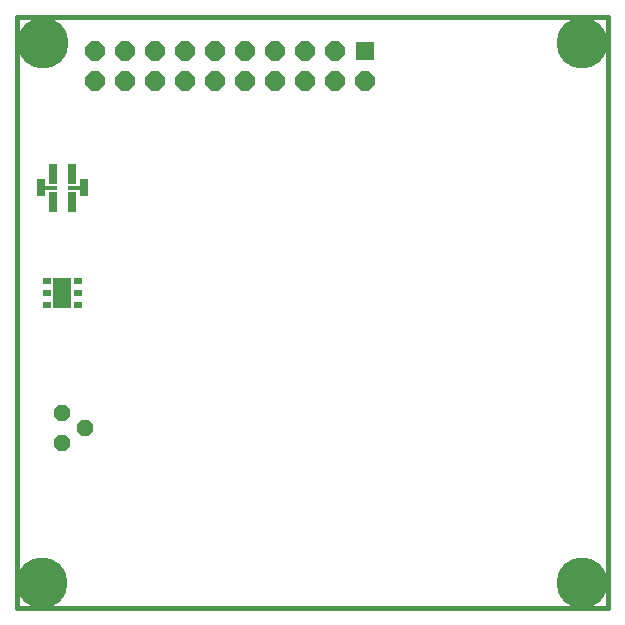
<source format=gts>
G75*
%MOIN*%
%OFA0B0*%
%FSLAX25Y25*%
%IPPOS*%
%LPD*%
%AMOC8*
5,1,8,0,0,1.08239X$1,22.5*
%
%ADD10C,0.01600*%
%ADD11R,0.06400X0.06400*%
%ADD12OC8,0.06400*%
%ADD13R,0.03156X0.01521*%
%ADD14R,0.02762X0.01975*%
%ADD15R,0.06306X0.09849*%
%ADD16OC8,0.05600*%
%ADD17C,0.16998*%
D10*
X0001800Y0001800D02*
X0198650Y0001800D01*
X0198650Y0198650D01*
X0001800Y0198650D01*
X0001800Y0001800D01*
D11*
X0117863Y0187528D03*
D12*
X0117863Y0177528D03*
X0107863Y0177528D03*
X0097863Y0177528D03*
X0087863Y0177528D03*
X0077863Y0177528D03*
X0067863Y0177528D03*
X0057863Y0177528D03*
X0047863Y0177528D03*
X0037863Y0177528D03*
X0027863Y0177528D03*
X0027863Y0187528D03*
X0037863Y0187528D03*
X0047863Y0187528D03*
X0057863Y0187528D03*
X0067863Y0187528D03*
X0077863Y0187528D03*
X0087863Y0187528D03*
X0097863Y0187528D03*
X0107863Y0187528D03*
D13*
X0023876Y0143957D03*
X0023876Y0142882D03*
X0023876Y0141798D03*
X0023874Y0140733D03*
X0023874Y0139661D03*
X0022245Y0141798D03*
X0020048Y0141800D03*
X0020048Y0139831D03*
X0020043Y0138783D03*
X0020043Y0137708D03*
X0020043Y0136624D03*
X0020040Y0135559D03*
X0020040Y0134488D03*
X0013550Y0134447D03*
X0013550Y0135519D03*
X0013552Y0136584D03*
X0013552Y0137668D03*
X0013552Y0138743D03*
X0013552Y0139831D03*
X0013552Y0141800D03*
X0011596Y0141800D03*
X0009721Y0141798D03*
X0009719Y0140733D03*
X0009719Y0139661D03*
X0009721Y0142882D03*
X0009721Y0143957D03*
X0013552Y0143769D03*
X0013551Y0144838D03*
X0013551Y0145910D03*
X0013553Y0146975D03*
X0013553Y0148059D03*
X0013553Y0149133D03*
X0020035Y0149122D03*
X0020035Y0148048D03*
X0020035Y0146964D03*
X0020033Y0145898D03*
X0020033Y0144827D03*
X0020048Y0143769D03*
D14*
X0021918Y0110737D03*
X0021918Y0106800D03*
X0021918Y0102863D03*
X0011682Y0102863D03*
X0011682Y0106800D03*
X0011682Y0110737D03*
D15*
X0016800Y0106800D03*
D16*
X0016800Y0066800D03*
X0024300Y0061800D03*
X0016800Y0056800D03*
D17*
X0010116Y0010066D03*
X0010308Y0190048D03*
X0190116Y0190066D03*
X0190116Y0010066D03*
M02*

</source>
